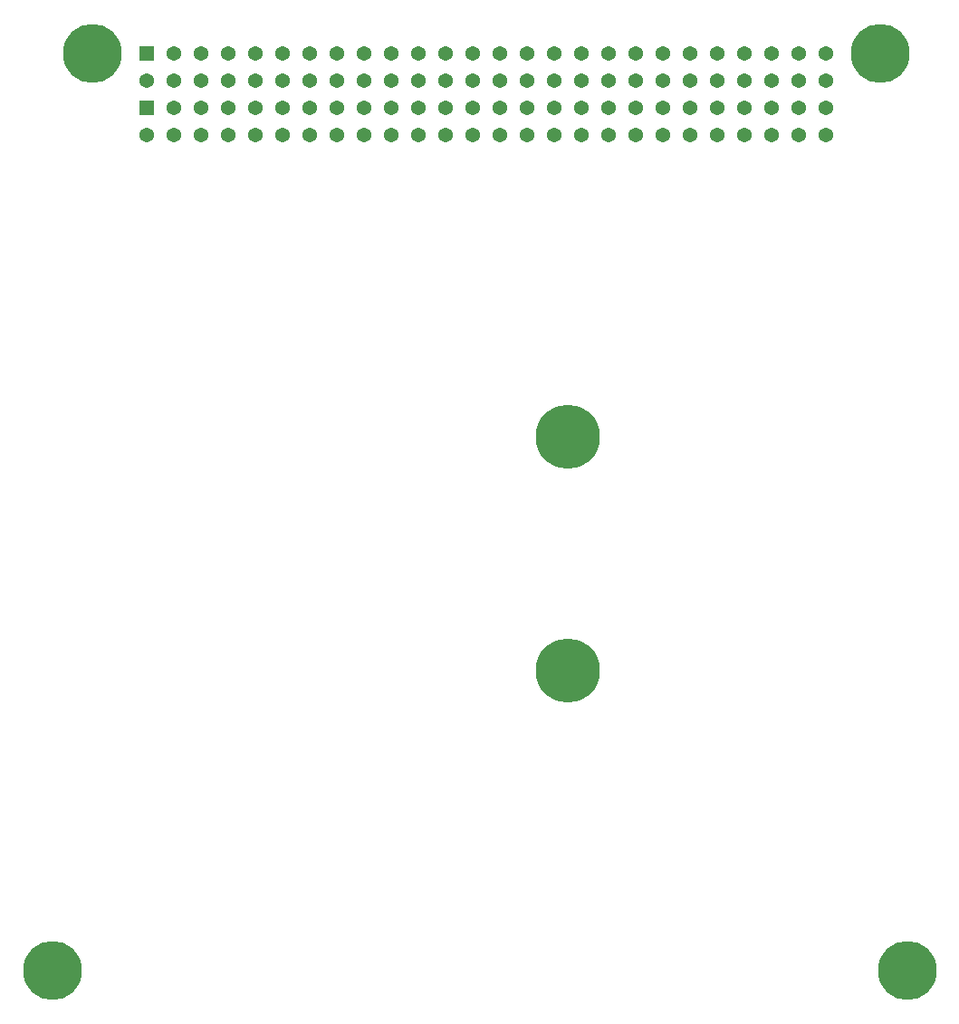
<source format=gbs>
G04 #@! TF.GenerationSoftware,KiCad,Pcbnew,5.1.10-1.fc34*
G04 #@! TF.CreationDate,2021-07-25T00:14:55-03:00*
G04 #@! TF.ProjectId,rf-splitter,72662d73-706c-4697-9474-65722e6b6963,v0.0*
G04 #@! TF.SameCoordinates,Original*
G04 #@! TF.FileFunction,Soldermask,Bot*
G04 #@! TF.FilePolarity,Negative*
%FSLAX46Y46*%
G04 Gerber Fmt 4.6, Leading zero omitted, Abs format (unit mm)*
G04 Created by KiCad (PCBNEW 5.1.10-1.fc34) date 2021-07-25 00:14:55*
%MOMM*%
%LPD*%
G01*
G04 APERTURE LIST*
%ADD10C,6.000000*%
%ADD11C,5.500000*%
%ADD12C,3.600000*%
%ADD13C,1.370000*%
%ADD14R,1.370000X1.370000*%
G04 APERTURE END LIST*
D10*
X133350000Y-108400000D03*
X133350000Y-86560000D03*
D11*
X165060000Y-136420000D03*
D12*
X165060000Y-136420000D03*
D11*
X85130000Y-136420000D03*
D12*
X85130000Y-136420000D03*
D11*
X162560000Y-50800000D03*
D12*
X162560000Y-50800000D03*
D11*
X88900000Y-50800000D03*
D12*
X88900000Y-50800000D03*
D13*
X157480000Y-58420000D03*
X157480000Y-55880000D03*
X154940000Y-58420000D03*
X154940000Y-55880000D03*
X152400000Y-58420000D03*
X152400000Y-55880000D03*
X149860000Y-58420000D03*
X149860000Y-55880000D03*
X147320000Y-58420000D03*
X147320000Y-55880000D03*
X144780000Y-58420000D03*
X144780000Y-55880000D03*
X142240000Y-58420000D03*
X142240000Y-55880000D03*
X139700000Y-58420000D03*
X139700000Y-55880000D03*
X137160000Y-58420000D03*
X137160000Y-55880000D03*
X134620000Y-58420000D03*
X134620000Y-55880000D03*
X132080000Y-58420000D03*
X132080000Y-55880000D03*
X129540000Y-58420000D03*
X129540000Y-55880000D03*
X127000000Y-58420000D03*
X127000000Y-55880000D03*
X124460000Y-58420000D03*
X124460000Y-55880000D03*
X121920000Y-58420000D03*
X121920000Y-55880000D03*
X119380000Y-58420000D03*
X119380000Y-55880000D03*
X116840000Y-58420000D03*
X116840000Y-55880000D03*
X114300000Y-58420000D03*
X114300000Y-55880000D03*
X111760000Y-58420000D03*
X111760000Y-55880000D03*
X109220000Y-58420000D03*
X109220000Y-55880000D03*
X106680000Y-58420000D03*
X106680000Y-55880000D03*
X104140000Y-58420000D03*
X104140000Y-55880000D03*
X101600000Y-58420000D03*
X101600000Y-55880000D03*
X99060000Y-58420000D03*
X99060000Y-55880000D03*
X96520000Y-58420000D03*
X96520000Y-55880000D03*
X93980000Y-58420000D03*
D14*
X93980000Y-55880000D03*
D13*
X157480000Y-53340000D03*
X157480000Y-50800000D03*
X154940000Y-53340000D03*
X154940000Y-50800000D03*
X152400000Y-53340000D03*
X152400000Y-50800000D03*
X149860000Y-53340000D03*
X149860000Y-50800000D03*
X147320000Y-53340000D03*
X147320000Y-50800000D03*
X144780000Y-53340000D03*
X144780000Y-50800000D03*
X142240000Y-53340000D03*
X142240000Y-50800000D03*
X139700000Y-53340000D03*
X139700000Y-50800000D03*
X137160000Y-53340000D03*
X137160000Y-50800000D03*
X134620000Y-53340000D03*
X134620000Y-50800000D03*
X132080000Y-53340000D03*
X132080000Y-50800000D03*
X129540000Y-53340000D03*
X129540000Y-50800000D03*
X127000000Y-53340000D03*
X127000000Y-50800000D03*
X124460000Y-53340000D03*
X124460000Y-50800000D03*
X121920000Y-53340000D03*
X121920000Y-50800000D03*
X119380000Y-53340000D03*
X119380000Y-50800000D03*
X116840000Y-53340000D03*
X116840000Y-50800000D03*
X114300000Y-53340000D03*
X114300000Y-50800000D03*
X111760000Y-53340000D03*
X111760000Y-50800000D03*
X109220000Y-53340000D03*
X109220000Y-50800000D03*
X106680000Y-53340000D03*
X106680000Y-50800000D03*
X104140000Y-53340000D03*
X104140000Y-50800000D03*
X101600000Y-53340000D03*
X101600000Y-50800000D03*
X99060000Y-53340000D03*
X99060000Y-50800000D03*
X96520000Y-53340000D03*
X96520000Y-50800000D03*
X93980000Y-53340000D03*
D14*
X93980000Y-50800000D03*
M02*

</source>
